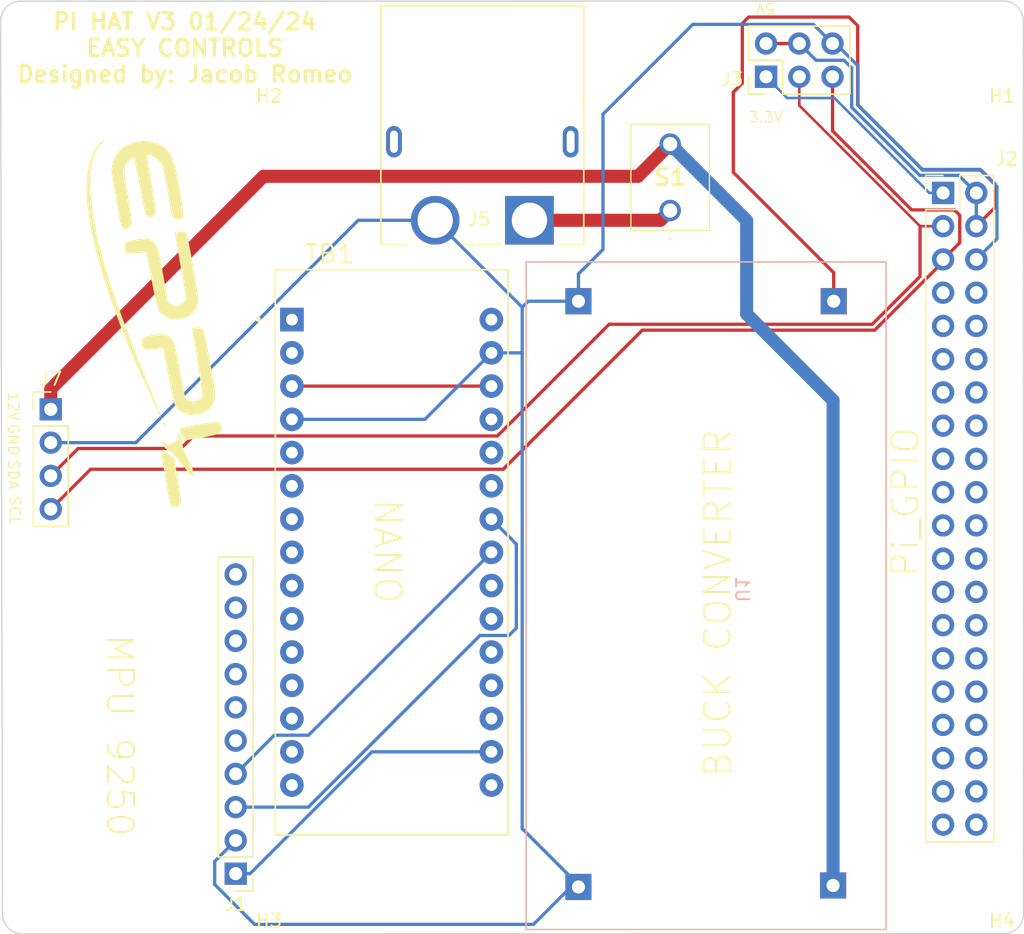
<source format=kicad_pcb>
(kicad_pcb (version 20221018) (generator pcbnew)
  (layers (0 "F.Cu" signal) (31 "B.Cu" signal) (34 "B.Paste" user) (35 "F.Paste" user) (36 "B.SilkS" user "B.Silkscreen") (37 "F.SilkS" user "F.Silkscreen") (38 "B.Mask" user) (39 "F.Mask" user) (44 "Edge.Cuts" user))
  (net 0 "")
  (net 1 "/12Vin")
  (net 10 "/3.3V")
  (net 33 "GND")
  (net 35 "/5V")
  (net 36 "/SCL")
  (net 37 "/SDA")
  (net 47 "/12Vout")
  (net 48 "/3.3VN")
  (net 49 "/SCLN")
  (net 50 "/SDAN")
  (net 53 "unconnected-(TB1-RESET-Pad28)")
  (footprint "Connector_PinHeader_2.54mm:PinHeader_2x03_P2.54mm_Vertical" (layer "F.Cu") (at 137.475 70.525 90)
    (fp_text reference "J3" (at -0.2 -2.6) (layer "F.SilkS"))
    (fp_text value "Display")
    (fp_line (start -1.33 -1.33) (end 0 -1.33) (stroke (width 0.12)) (layer "F.SilkS"))
    (fp_line (start -1.33 0) (end -1.33 -1.33) (stroke (width 0.12)) (layer "F.SilkS"))
    (fp_line (start -1.33 1.27) (end -1.33 6.41) (stroke (width 0.12)) (layer "F.SilkS"))
    (fp_line (start -1.33 1.27) (end 1.27 1.27) (stroke (width 0.12)) (layer "F.SilkS"))
    (fp_line (start -1.33 6.41) (end 3.87 6.41) (stroke (width 0.12)) (layer "F.SilkS"))
    (fp_line (start 1.27 -1.33) (end 3.87 -1.33) (stroke (width 0.12)) (layer "F.SilkS"))
    (fp_line (start 1.27 1.27) (end 1.27 -1.33) (stroke (width 0.12)) (layer "F.SilkS"))
    (fp_line (start 3.87 -1.33) (end 3.87 6.41) (stroke (width 0.12)) (layer "F.SilkS"))
    (pad "1" thru_hole rect (at 0 0 90) (size 1.7 1.7) (drill 1) (layers "*.Cu" "*.Mask") (net 10 "/3.3V"))
    (pad "2" thru_hole oval (at 2.54 0 90) (size 1.7 1.7) (drill 1) (layers "*.Cu" "*.Mask") (net 35 "/5V"))
    (pad "3" thru_hole oval (at 0 2.54 90) (size 1.7 1.7) (drill 1) (layers "*.Cu" "*.Mask") (net 37 "/SDA"))
    (pad "4" thru_hole oval (at 2.54 2.54 90) (size 1.7 1.7) (drill 1) (layers "*.Cu" "*.Mask") (net 35 "/5V"))
    (pad "5" thru_hole oval (at 0 5.08 90) (size 1.7 1.7) (drill 1) (layers "*.Cu" "*.Mask") (net 36 "/SCL"))
    (pad "6" thru_hole oval (at 2.54 5.08 90) (size 1.7 1.7) (drill 1) (layers "*.Cu" "*.Mask") (net 33 "GND"))
  )
  (footprint "MountingHole:MountingHole_2.5mm" (layer "F.Cu") (at 152.5 74.5)
    (fp_text reference "H1" (at 3 -2.5) (layer "F.SilkS"))
    (fp_text value "MountingHole" hide)
    (pad "" np_thru_hole circle (at 0 0) (size 2.5 2.5) (drill 2.5) (layers "*.Cu" "*.Mask"))
  )
  (footprint "MountingHole:MountingHole_2.5mm" (layer "F.Cu") (at 102.5 74.5)
    (fp_text reference "H2" (at -3 -2.5) (layer "F.SilkS"))
    (fp_text value "MountingHole" hide)
    (pad "" np_thru_hole circle (at 0 0) (size 2.5 2.5) (drill 2.5) (layers "*.Cu" "*.Mask"))
  )
  (footprint "MountingHole:MountingHole_2.5mm" (layer "F.Cu") (at 102.5 132.5)
    (fp_text reference "H3" (at -3 2.5) (layer "F.SilkS"))
    (fp_text value "MountingHole" hide)
    (pad "" np_thru_hole circle (at 0 0) (size 2.5 2.5) (drill 2.5) (layers "*.Cu" "*.Mask"))
  )
  (footprint "Connector_PinHeader_2.54mm:PinHeader_1x10_P2.54mm_Vertical" (layer "F.Cu") (at 96.9568 131.4038 180)
    (fp_text reference "J1" (at 0 -2.33) (layer "F.SilkS"))
    (fp_text value "MPU 9250")
    (fp_line (start -1.33 -1.33) (end 0 -1.33) (stroke (width 0.12)) (layer "F.SilkS"))
    (fp_line (start -1.33 0) (end -1.33 -1.33) (stroke (width 0.12)) (layer "F.SilkS"))
    (fp_line (start -1.33 1.27) (end -1.33 24.19) (stroke (width 0.12)) (layer "F.SilkS"))
    (fp_line (start -1.33 1.27) (end 1.33 1.27) (stroke (width 0.12)) (layer "F.SilkS"))
    (fp_line (start -1.33 24.19) (end 1.33 24.19) (stroke (width 0.12)) (layer "F.SilkS"))
    (fp_line (start 1.33 1.27) (end 1.33 24.19) (stroke (width 0.12)) (layer "F.SilkS"))
    (pad "1" thru_hole rect (at 0 0 180) (size 1.7 1.7) (drill 1) (layers "*.Cu" "*.Mask") (net 48 "/3.3VN"))
    (pad "2" thru_hole oval (at 0 2.54 180) (size 1.7 1.7) (drill 1) (layers "*.Cu" "*.Mask") (net 33 "GND"))
    (pad "3" thru_hole oval (at 0 5.08 180) (size 1.7 1.7) (drill 1) (layers "*.Cu" "*.Mask") (net 49 "/SCLN"))
    (pad "4" thru_hole oval (at 0 7.62 180) (size 1.7 1.7) (drill 1) (layers "*.Cu" "*.Mask") (net 50 "/SDAN"))
    (pad "5" thru_hole oval (at 0 10.16 180) (size 1.7 1.7) (drill 1) (layers "*.Cu" "*.Mask"))
    (pad "6" thru_hole oval (at 0 12.7 180) (size 1.7 1.7) (drill 1) (layers "*.Cu" "*.Mask"))
    (pad "7" thru_hole oval (at 0 15.24 180) (size 1.7 1.7) (drill 1) (layers "*.Cu" "*.Mask"))
    (pad "8" thru_hole oval (at 0 17.78 180) (size 1.7 1.7) (drill 1) (layers "*.Cu" "*.Mask"))
    (pad "9" thru_hole oval (at 0 20.32 180) (size 1.7 1.7) (drill 1) (layers "*.Cu" "*.Mask"))
    (pad "10" thru_hole oval (at 0 22.86 180) (size 1.7 1.7) (drill 1) (layers "*.Cu" "*.Mask"))
  )
  (footprint "MountingHole:MountingHole_2.5mm" (layer "F.Cu") (at 152.5 132.5)
    (fp_text reference "H4" (at 3 2.5) (layer "F.SilkS"))
    (fp_text value "MountingHole" hide)
    (pad "" np_thru_hole circle (at 0 0) (size 2.5 2.5) (drill 2.5) (layers "*.Cu" "*.Mask"))
  )
  (footprint "Connector_PinHeader_2.54mm:PinHeader_2x20_P2.54mm_Vertical" (layer "F.Cu") (at 151 79.4)
    (fp_text reference "J2" (at 4.85 -2.6) (layer "F.SilkS"))
    (fp_text value "Pi_GPIO" (at -2.8672 23.6224 90) (layer "F.SilkS") (effects (font (size 2 2))))
    (fp_line (start -1.33 -1.33) (end 0 -1.33) (stroke (width 0.12)) (layer "F.SilkS"))
    (fp_line (start -1.33 0) (end -1.33 -1.33) (stroke (width 0.12)) (layer "F.SilkS"))
    (fp_line (start -1.33 1.27) (end -1.33 49.59) (stroke (width 0.12)) (layer "F.SilkS"))
    (fp_line (start -1.33 1.27) (end 1.27 1.27) (stroke (width 0.12)) (layer "F.SilkS"))
    (fp_line (start -1.33 49.59) (end 3.87 49.59) (stroke (width 0.12)) (layer "F.SilkS"))
    (fp_line (start 1.27 -1.33) (end 3.87 -1.33) (stroke (width 0.12)) (layer "F.SilkS"))
    (fp_line (start 1.27 1.27) (end 1.27 -1.33) (stroke (width 0.12)) (layer "F.SilkS"))
    (fp_line (start 3.87 -1.33) (end 3.87 49.59) (stroke (width 0.12)) (layer "F.SilkS"))
    (pad "1" thru_hole rect (at 0 0) (size 1.7 1.7) (drill 1) (layers "*.Cu" "*.Mask") (net 10 "/3.3V"))
    (pad "2" thru_hole oval (at 2.54 0) (size 1.7 1.7) (drill 1) (layers "*.Cu" "*.Mask") (net 35 "/5V"))
    (pad "3" thru_hole oval (at 0 2.54) (size 1.7 1.7) (drill 1) (layers "*.Cu" "*.Mask") (net 37 "/SDA"))
    (pad "4" thru_hole oval (at 2.54 2.54) (size 1.7 1.7) (drill 1) (layers "*.Cu" "*.Mask") (net 35 "/5V"))
    (pad "5" thru_hole oval (at 0 5.08) (size 1.7 1.7) (drill 1) (layers "*.Cu" "*.Mask") (net 36 "/SCL"))
    (pad "6" thru_hole oval (at 2.54 5.08) (size 1.7 1.7) (drill 1) (layers "*.Cu" "*.Mask") (net 33 "GND"))
    (pad "7" thru_hole oval (at 0 7.62) (size 1.7 1.7) (drill 1) (layers "*.Cu" "*.Mask"))
    (pad "8" thru_hole oval (at 2.54 7.62) (size 1.7 1.7) (drill 1) (layers "*.Cu" "*.Mask"))
    (pad "9" thru_hole oval (at 0 10.16) (size 1.7 1.7) (drill 1) (layers "*.Cu" "*.Mask"))
    (pad "10" thru_hole oval (at 2.54 10.16) (size 1.7 1.7) (drill 1) (layers "*.Cu" "*.Mask"))
    (pad "11" thru_hole oval (at 0 12.7) (size 1.7 1.7) (drill 1) (layers "*.Cu" "*.Mask"))
    (pad "12" thru_hole oval (at 2.54 12.7) (size 1.7 1.7) (drill 1) (layers "*.Cu" "*.Mask"))
    (pad "13" thru_hole oval (at 0 15.24) (size 1.7 1.7) (drill 1) (layers "*.Cu" "*.Mask"))
    (pad "14" thru_hole oval (at 2.54 15.24) (size 1.7 1.7) (drill 1) (layers "*.Cu" "*.Mask"))
    (pad "15" thru_hole oval (at 0 17.78) (size 1.7 1.7) (drill 1) (layers "*.Cu" "*.Mask"))
    (pad "16" thru_hole oval (at 2.54 17.78) (size 1.7 1.7) (drill 1) (layers "*.Cu" "*.Mask"))
    (pad "17" thru_hole oval (at 0 20.32) (size 1.7 1.7) (drill 1) (layers "*.Cu" "*.Mask"))
    (pad "18" thru_hole oval (at 2.54 20.32) (size 1.7 1.7) (drill 1) (layers "*.Cu" "*.Mask"))
    (pad "19" thru_hole oval (at 0 22.86) (size 1.7 1.7) (drill 1) (layers "*.Cu" "*.Mask"))
    (pad "20" thru_hole oval (at 2.54 22.86) (size 1.7 1.7) (drill 1) (layers "*.Cu" "*.Mask"))
    (pad "21" thru_hole oval (at 0 25.4) (size 1.7 1.7) (drill 1) (layers "*.Cu" "*.Mask"))
    (pad "22" thru_hole oval (at 2.54 25.4) (size 1.7 1.7) (drill 1) (layers "*.Cu" "*.Mask"))
    (pad "23" thru_hole oval (at 0 27.94) (size 1.7 1.7) (drill 1) (layers "*.Cu" "*.Mask"))
    (pad "24" thru_hole oval (at 2.54 27.94) (size 1.7 1.7) (drill 1) (layers "*.Cu" "*.Mask"))
    (pad "25" thru_hole oval (at 0 30.48) (size 1.7 1.7) (drill 1) (layers "*.Cu" "*.Mask"))
    (pad "26" thru_hole oval (at 2.54 30.48) (size 1.7 1.7) (drill 1) (layers "*.Cu" "*.Mask"))
    (pad "27" thru_hole oval (at 0 33.02) (size 1.7 1.7) (drill 1) (layers "*.Cu" "*.Mask"))
    (pad "28" thru_hole oval (at 2.54 33.02) (size 1.7 1.7) (drill 1) (layers "*.Cu" "*.Mask"))
    (pad "29" thru_hole oval (at 0 35.56) (size 1.7 1.7) (drill 1) (layers "*.Cu" "*.Mask"))
    (pad "30" thru_hole oval (at 2.54 35.56) (size 1.7 1.7) (drill 1) (layers "*.Cu" "*.Mask"))
    (pad "31" thru_hole oval (at 0 38.1) (size 1.7 1.7) (drill 1) (layers "*.Cu" "*.Mask"))
    (pad "32" thru_hole oval (at 2.54 38.1) (size 1.7 1.7) (drill 1) (layers "*.Cu" "*.Mask"))
    (pad "33" thru_hole oval (at 0 40.64) (size 1.7 1.7) (drill 1) (layers "*.Cu" "*.Mask"))
    (pad "34" thru_hole oval (at 2.54 40.64) (size 1.7 1.7) (drill 1) (layers "*.Cu" "*.Mask"))
    (pad "35" thru_hole oval (at 0 43.18) (size 1.7 1.7) (drill 1) (layers "*.Cu" "*.Mask"))
    (pad "36" thru_hole oval (at 2.54 43.18) (size 1.7 1.7) (drill 1) (layers "*.Cu" "*.Mask"))
    (pad "37" thru_hole oval (at 0 45.72) (size 1.7 1.7) (drill 1) (layers "*.Cu" "*.Mask"))
    (pad "38" thru_hole oval (at 2.54 45.72) (size 1.7 1.7) (drill 1) (layers "*.Cu" "*.Mask"))
    (pad "39" thru_hole oval (at 0 48.26) (size 1.7 1.7) (drill 1) (layers "*.Cu" "*.Mask"))
    (pad "40" thru_hole oval (at 2.54 48.26) (size 1.7 1.7) (drill 1) (layers "*.Cu" "*.Mask"))
  )
  (footprint ".pretty:AMASS_XT60PW-M" (layer "F.Cu") (at 115.7986 75.4892)
    (fp_text reference "J5" (at -0.25 5.93425) (layer "F.SilkS") (effects (font (size 1.000441 1.000441))))
    (fp_text value "XT60PW-M")
    (fp_line (start -7.75 -10.35) (end -7.75 7.85) (stroke (width 0.127)) (layer "F.SilkS"))
    (fp_line (start -7.75 7.85) (end -5.778 7.85) (stroke (width 0.127)) (layer "F.SilkS"))
    (fp_line (start -1.422 7.85) (end 1.422 7.85) (stroke (width 0.127)) (layer "F.SilkS"))
    (fp_line (start 7.75 -10.35) (end -7.75 -10.35) (stroke (width 0.127)) (layer "F.SilkS"))
    (fp_line (start 7.75 7.85) (end 5.778 7.85) (stroke (width 0.127)) (layer "F.SilkS"))
    (fp_line (start 7.75 7.85) (end 7.75 -10.35) (stroke (width 0.127)) (layer "F.SilkS"))
    (pad "1" thru_hole rect (at 3.6 6) (size 3.716 3.716) (drill 2.7) (layers "*.Cu" "*.Mask") (net 1 "/12Vin"))
    (pad "2" thru_hole circle (at -3.6 6) (size 3.716 3.716) (drill 2.7) (layers "*.Cu" "*.Mask") (net 33 "GND"))
    (pad "S1" thru_hole oval (at 6.75 0) (size 1.2 2.4) (drill oval 0.6 1.7) (layers "*.Cu" "*.Mask"))
    (pad "S2" thru_hole oval (at -6.75 0) (size 1.2 2.4) (drill oval 0.6 1.7) (layers "*.Cu" "*.Mask"))
  )
  (footprint "Connector_PinHeader_2.54mm:PinHeader_1x04_P2.54mm_Vertical" (layer "F.Cu") (at 82.8294 95.9358)
    (fp_text reference "J7" (at 0 -2.33) (layer "F.SilkS"))
    (fp_text value "Conn_01x04")
    (fp_line (start -1.33 -1.33) (end 0 -1.33) (stroke (width 0.12)) (layer "F.SilkS"))
    (fp_line (start -1.33 0) (end -1.33 -1.33) (stroke (width 0.12)) (layer "F.SilkS"))
    (fp_line (start -1.33 1.27) (end -1.33 8.95) (stroke (width 0.12)) (layer "F.SilkS"))
    (fp_line (start -1.33 1.27) (end 1.33 1.27) (stroke (width 0.12)) (layer "F.SilkS"))
    (fp_line (start -1.33 8.95) (end 1.33 8.95) (stroke (width 0.12)) (layer "F.SilkS"))
    (fp_line (start 1.33 1.27) (end 1.33 8.95) (stroke (width 0.12)) (layer "F.SilkS"))
    (pad "1" thru_hole rect (at 0 0) (size 1.7 1.7) (drill 1) (layers "*.Cu" "*.Mask") (net 47 "/12Vout"))
    (pad "2" thru_hole oval (at 0 2.54) (size 1.7 1.7) (drill 1) (layers "*.Cu" "*.Mask") (net 33 "GND"))
    (pad "3" thru_hole oval (at 0 5.08) (size 1.7 1.7) (drill 1) (layers "*.Cu" "*.Mask") (net 37 "/SDA"))
    (pad "4" thru_hole oval (at 0 7.62) (size 1.7 1.7) (drill 1) (layers "*.Cu" "*.Mask") (net 36 "/SCL"))
  )
  (footprint "refV:2MS6T4B3M2CES" (layer "F.Cu") (at 130.1496 80.7466)
    (fp_text reference "S1" (at 0 -2.54) (layer "F.SilkS") (effects (font (size 1.27 1.27) (thickness 0.254))))
    (fp_text value "2MS6T4B3M2CES" hide)
    (fp_line (start -3 -6.605) (end 3 -6.605) (stroke (width 0.1)) (layer "F.SilkS"))
    (fp_line (start -3 1.525) (end -3 -6.605) (stroke (width 0.1)) (layer "F.SilkS"))
    (fp_line (start 0 2.1) (end 0 2.1) (stroke (width 0.1)) (layer "F.SilkS"))
    (fp_line (start 0 2.2) (end 0 2.2) (stroke (width 0.1)) (layer "F.SilkS"))
    (fp_line (start 3 -6.605) (end 3 1.525) (stroke (width 0.1)) (layer "F.SilkS"))
    (fp_line (start 3 1.525) (end -3 1.525) (stroke (width 0.1)) (layer "F.SilkS"))
    (fp_arc (start 0 2.1) (mid 0.05 2.15) (end 0 2.2) (stroke (width 0.1)) (layer "F.SilkS"))
    (fp_arc (start 0 2.2) (mid -0.05 2.15) (end 0 2.1) (stroke (width 0.1)) (layer "F.SilkS"))
    (pad "1" thru_hole circle (at 0 0) (size 1.635 1.635) (drill 1.09) (layers "*.Cu" "*.Mask") (net 1 "/12Vin"))
    (pad "3" thru_hole circle (at 0 -5.08) (size 1.635 1.635) (drill 1.09) (layers "*.Cu" "*.Mask") (net 47 "/12Vout"))
  )
  (footprint ".pretty:SHIELD_ARDUINO_NANO" (layer "F.Cu") (at 108.8723 106.8578)
    (fp_text reference "TB1" (at -4.755 -22.789) (layer "F.SilkS") (effects (font (size 1.4 1.4))))
    (fp_text value "ARDUINO_NANO")
    (fp_line (start -8.89 -21.59) (end 8.89 -21.59) (stroke (width 0.127)) (layer "F.SilkS"))
    (fp_line (start -8.89 21.59) (end -8.89 -21.59) (stroke (width 0.127)) (layer "F.SilkS"))
    (fp_line (start 8.89 -21.59) (end 8.89 21.59) (stroke (width 0.127)) (layer "F.SilkS"))
    (fp_line (start 8.89 21.59) (end -8.89 21.59) (stroke (width 0.127)) (layer "F.SilkS"))
    (fp_circle (center -10.2 -17.8) (end -10.1 -17.8) (stroke (width 0.2)) (fill none) (layer "F.SilkS"))
    (pad "1" thru_hole rect (at -7.62 -17.78) (size 1.8 1.8) (drill 0.9) (layers "*.Cu" "*.Mask"))
    (pad "2" thru_hole circle (at -7.62 -15.24) (size 1.8 1.8) (drill 0.9) (layers "*.Cu" "*.Mask"))
    (pad "3" thru_hole circle (at -7.62 -12.7) (size 1.8 1.8) (drill 0.9) (layers "*.Cu" "*.Mask") (net 53 "unconnected-(TB1-RESET-Pad28)"))
    (pad "4" thru_hole circle (at -7.62 -10.16) (size 1.8 1.8) (drill 0.9) (layers "*.Cu" "*.Mask") (net 33 "GND"))
    (pad "5" thru_hole circle (at -7.62 -7.62) (size 1.8 1.8) (drill 0.9) (layers "*.Cu" "*.Mask"))
    (pad "6" thru_hole circle (at -7.62 -5.08) (size 1.8 1.8) (drill 0.9) (layers "*.Cu" "*.Mask"))
    (pad "7" thru_hole circle (at -7.62 -2.54) (size 1.8 1.8) (drill 0.9) (layers "*.Cu" "*.Mask"))
    (pad "8" thru_hole circle (at -7.62 0) (size 1.8 1.8) (drill 0.9) (layers "*.Cu" "*.Mask"))
    (pad "9" thru_hole circle (at -7.62 2.54) (size 1.8 1.8) (drill 0.9) (layers "*.Cu" "*.Mask"))
    (pad "10" thru_hole circle (at -7.62 5.08) (size 1.8 1.8) (drill 0.9) (layers "*.Cu" "*.Mask"))
    (pad "11" thru_hole circle (at -7.62 7.62) (size 1.8 1.8) (drill 0.9) (layers "*.Cu" "*.Mask"))
    (pad "12" thru_hole circle (at -7.62 10.16) (size 1.8 1.8) (drill 0.9) (layers "*.Cu" "*.Mask"))
    (pad "13" thru_hole circle (at -7.62 12.7) (size 1.8 1.8) (drill 0.9) (layers "*.Cu" "*.Mask"))
    (pad "14" thru_hole circle (at -7.62 15.24) (size 1.8 1.8) (drill 0.9) (layers "*.Cu" "*.Mask"))
    (pad "15" thru_hole circle (at -7.62 17.78) (size 1.8 1.8) (drill 0.9) (layers "*.Cu" "*.Mask"))
    (pad "16" thru_hole circle (at 7.62 17.78) (size 1.8 1.8) (drill 0.9) (layers "*.Cu" "*.Mask"))
    (pad "17" thru_hole circle (at 7.62 15.24) (size 1.8 1.8) (drill 0.9) (layers "*.Cu" "*.Mask") (net 48 "/3.3VN"))
    (pad "18" thru_hole circle (at 7.62 12.7) (size 1.8 1.8) (drill 0.9) (layers "*.Cu" "*.Mask"))
    (pad "19" thru_hole circle (at 7.62 10.16) (size 1.8 1.8) (drill 0.9) (layers "*.Cu" "*.Mask"))
    (pad "20" thru_hole circle (at 7.62 7.62) (size 1.8 1.8) (drill 0.9) (layers "*.Cu" "*.Mask"))
    (pad "21" thru_hole circle (at 7.62 5.08) (size 1.8 1.8) (drill 0.9) (layers "*.Cu" "*.Mask"))
    (pad "22" thru_hole circle (at 7.62 2.54) (size 1.8 1.8) (drill 0.9) (layers "*.Cu" "*.Mask"))
    (pad "23" thru_hole circle (at 7.62 0) (size 1.8 1.8) (drill 0.9) (layers "*.Cu" "*.Mask") (net 50 "/SDAN"))
    (pad "24" thru_hole circle (at 7.62 -2.54) (size 1.8 1.8) (drill 0.9) (layers "*.Cu" "*.Mask") (net 49 "/SCLN"))
    (pad "25" thru_hole circle (at 7.62 -5.08) (size 1.8 1.8) (drill 0.9) (layers "*.Cu" "*.Mask"))
    (pad "26" thru_hole circle (at 7.62 -7.62) (size 1.8 1.8) (drill 0.9) (layers "*.Cu" "*.Mask"))
    (pad "27" thru_hole circle (at 7.62 -10.16) (size 1.8 1.8) (drill 0.9) (layers "*.Cu" "*.Mask"))
    (pad "28" thru_hole circle (at 7.62 -12.7) (size 1.8 1.8) (drill 0.9) (layers "*.Cu" "*.Mask") (net 53 "unconnected-(TB1-RESET-Pad28)"))
    (pad "29" thru_hole circle (at 7.62 -15.24) (size 1.8 1.8) (drill 0.9) (layers "*.Cu" "*.Mask") (net 33 "GND"))
    (pad "30" thru_hole circle (at 7.62 -17.78) (size 1.8 1.8) (drill 0.9) (layers "*.Cu" "*.Mask"))
  )
  (footprint ".pretty:eppl_logo" (layer "F.Cu") (at 90.869959 89.412544 -80)
    (fp_text reference "G***" hide)
    (fp_text value "LOGO" hide)
    (fp_poly (pts (xy 7.34307 0.795513) (xy 7.317819 0.833995) (xy 7.231945 0.839982) (xy 7.141602 0.819305) (xy 7.180792 0.788829) (xy 7.313116 0.778736) (xy 7.34307 0.795513)) (stroke (width 0.01)) (fill solid) (layer "F.SilkS"))
    (fp_poly (pts (xy 7.823579 0.653284) (xy 7.789334 0.677333) (xy 7.608592 0.747533) (xy 7.535334 0.754752) (xy 7.484703 0.730578) (xy 7.577667 0.677333) (xy 7.757171 0.613841) (xy 7.849787 0.605824) (xy 7.823579 0.653284)) (stroke (width 0.01)) (fill solid) (layer "F.SilkS"))
    (fp_poly (pts (xy 8.814921 -3.543634) (xy 8.946347 -3.49164) (xy 9.037504 -3.377676) (xy 9.095613 -3.179399) (xy 9.1279 -2.874466) (xy 9.141588 -2.440535) (xy 9.144 -1.984756) (xy 9.144 -0.679606) (xy 8.861459 -0.561553) (xy 8.547625 -0.436573) (xy 8.352989 -0.380045) (xy 8.243939 -0.387455) (xy 8.186866 -0.454287) (xy 8.18036 -0.470069) (xy 8.16241 -0.598556) (xy 8.147112 -0.863907) (xy 8.135617 -1.233658) (xy 8.129073 -1.675347) (xy 8.128 -1.948211) (xy 8.131745 -2.508655) (xy 8.14764 -2.921969) (xy 8.182675 -3.210278) (xy 8.243841 -3.395704) (xy 8.338129 -3.500374) (xy 8.472528 -3.546411) (xy 8.636 -3.556) (xy 8.814921 -3.543634)) (stroke (width 0.01)) (fill solid) (layer "F.SilkS"))
    (fp_poly (pts (xy 12.639017 0.426495) (xy 13.135306 0.439095) (xy 13.501171 0.465803) (xy 13.756031 0.511291) (xy 13.919307 0.580229) (xy 14.01042 0.677288) (xy 14.04879 0.807138) (xy 14.054667 0.9192) (xy 14.048947 1.053853) (xy 14.018757 1.157373) (xy 13.944551 1.233671) (xy 13.806784 1.286659) (xy 13.585908 1.32025) (xy 13.26238 1.338355) (xy 12.816652 1.344886) (xy 12.22918 1.343754) (xy 11.942234 1.34198) (xy 11.376758 1.336759) (xy 10.856643 1.329204) (xy 10.409796 1.319941) (xy 10.064124 1.309593) (xy 9.847537 1.298786) (xy 9.800167 1.294023) (xy 9.631539 1.26213) (xy 9.567334 1.238418) (xy 9.620256 1.171142) (xy 9.7585 1.015353) (xy 9.937387 0.820708) (xy 10.30744 0.423333) (xy 11.992881 0.423333) (xy 12.639017 0.426495)) (stroke (width 0.01)) (fill solid) (layer "F.SilkS"))
    (fp_poly (pts (xy 11.950404 -0.80449) (xy 11.933521 -0.714279) (xy 11.932519 -0.713062) (xy 11.79682 -0.601455) (xy 11.567241 -0.458124) (xy 11.392985 -0.364744) (xy 11.131334 -0.226219) (xy 10.919589 -0.100994) (xy 10.837334 -0.043094) (xy 10.675536 0.054809) (xy 10.440104 0.1586) (xy 10.393541 0.175673) (xy 10.136754 0.317523) (xy 9.881995 0.537028) (xy 9.813871 0.614621) (xy 9.624902 0.826748) (xy 9.435563 0.967014) (xy 9.181909 1.075558) (xy 8.974667 1.141432) (xy 8.859913 1.169122) (xy 8.842587 1.140141) (xy 8.93072 1.030843) (xy 9.058355 0.895045) (xy 9.229487 0.697178) (xy 9.282023 0.577732) (xy 9.240587 0.515367) (xy 9.154051 0.386207) (xy 9.115618 0.201559) (xy 9.071715 -0.021621) (xy 8.942228 -0.135887) (xy 8.688415 -0.174597) (xy 8.678334 -0.174944) (xy 8.424334 -0.183147) (xy 8.720167 -0.311916) (xy 9.134925 -0.403383) (xy 9.376345 -0.391294) (xy 9.624699 -0.38249) (xy 9.919236 -0.427315) (xy 10.304514 -0.53389) (xy 10.490001 -0.594285) (xy 10.903989 -0.717572) (xy 11.282244 -0.802313) (xy 11.599545 -0.846431) (xy 11.830672 -0.847849) (xy 11.950404 -0.80449)) (stroke (width 0.01)) (fill solid) (layer "F.SilkS"))
    (fp_poly (pts (xy 7.00688 0.882657) (xy 7.024561 0.931472) (xy 7.020278 0.931998) (xy 6.9173 0.952959) (xy 6.67967 1.009907) (xy 6.336407 1.095407) (xy 5.916529 1.202023) (xy 5.449057 1.322321) (xy 4.96301 1.448866) (xy 4.487406 1.574223) (xy 4.051265 1.690958) (xy 3.937 1.721949) (xy 2.632226 2.055579) (xy 1.233126 2.374327) (xy -0.221333 2.671288) (xy -1.692184 2.939561) (xy -3.140461 3.172241) (xy -4.527196 3.362426) (xy -5.813423 3.503212) (xy -6.392333 3.551861) (xy -7.542986 3.612444) (xy -8.670677 3.624158) (xy -9.721699 3.587137) (xy -10.287 3.542202) (xy -11.147396 3.419029) (xy -11.963341 3.229516) (xy -12.706036 2.98364) (xy -13.346678 2.691377) (xy -13.856467 2.362702) (xy -13.971217 2.266065) (xy -14.131378 2.09484) (xy -14.297104 1.87696) (xy -14.439551 1.656866) (xy -14.529876 1.479001) (xy -14.540487 1.388931) (xy -14.476836 1.427398) (xy -14.367408 1.573681) (xy -14.324696 1.642845) (xy -14.149157 1.871383) (xy -13.90445 2.111449) (xy -13.785034 2.207346) (xy -13.290755 2.522161) (xy -12.737537 2.775028) (xy -12.104169 2.971203) (xy -11.369434 3.11594) (xy -10.51212 3.214495) (xy -9.511013 3.272123) (xy -9.482666 3.27313) (xy -8.614175 3.289184) (xy -7.717132 3.276085) (xy -6.779562 3.232123) (xy -5.789488 3.155588) (xy -4.734937 3.044771) (xy -3.603932 2.897962) (xy -2.384498 2.71345) (xy -1.06466 2.489528) (xy 0.367557 2.224483) (xy 1.92413 1.916608) (xy 3.617034 1.564191) (xy 5.458243 1.165525) (xy 5.786269 1.093159) (xy 6.209602 1.003508) (xy 6.571926 0.934286) (xy 6.842307 0.890829) (xy 6.989816 0.87847) (xy 7.00688 0.882657)) (stroke (width 0.01)) (fill solid) (layer "F.SilkS"))
    (fp_poly (pts (xy -3.43942 -3.555109) (xy -2.858108 -3.550614) (xy -2.317315 -3.541829) (xy -1.843268 -3.528731) (xy -1.462193 -3.511296) (xy -1.200314 -3.489502) (xy -1.106481 -3.473001) (xy -0.778815 -3.312441) (xy -0.464314 -3.047574) (xy -0.228987 -2.734974) (xy -0.215423 -2.709334) (xy -0.081547 -2.308792) (xy -0.043418 -1.86076) (xy -0.096638 -1.419642) (xy -0.236811 -1.039843) (xy -0.364928 -0.85959) (xy -0.518213 -0.697086) (xy -0.654618 -0.569199) (xy -0.796283 -0.471363) (xy -0.965352 -0.399013) (xy -1.183965 -0.347583) (xy -1.474265 -0.312508) (xy -1.858393 -0.289223) (xy -2.358492 -0.273162) (xy -2.996702 -0.25976) (xy -3.302 -0.254) (xy -5.545666 -0.211667) (xy -5.588 0.490145) (xy -5.622362 0.883944) (xy -5.679781 1.137645) (xy -5.777454 1.280381) (xy -5.932576 1.341286) (xy -6.096 1.350795) (xy -6.324047 1.315331) (xy -6.455833 1.263218) (xy -6.526456 1.196942) (xy -6.570872 1.075316) (xy -6.59467 0.864585) (xy -6.603443 0.530994) (xy -6.604 0.368696) (xy -6.598614 -0.028993) (xy -6.577508 -0.300944) (xy -6.533261 -0.490552) (xy -6.458452 -0.641208) (xy -6.42208 -0.69501) (xy -6.310223 -0.837188) (xy -6.186598 -0.949018) (xy -6.030422 -1.034108) (xy -5.820913 -1.096065) (xy -5.537286 -1.138496) (xy -5.15876 -1.16501) (xy -4.664551 -1.179212) (xy -4.033877 -1.184711) (xy -3.597204 -1.185334) (xy -1.516303 -1.185334) (xy -1.308485 -1.393152) (xy -1.134914 -1.667802) (xy -1.100666 -1.905001) (xy -1.169759 -2.228021) (xy -1.308485 -2.416849) (xy -1.516303 -2.624667) (xy -6.604 -2.624667) (xy -6.604 -3.002688) (xy -6.582569 -3.269728) (xy -6.506905 -3.42007) (xy -6.440233 -3.468355) (xy -6.309592 -3.493254) (xy -6.035893 -3.514023) (xy -5.645362 -3.530639) (xy -5.164224 -3.543078) (xy -4.618703 -3.551318) (xy -4.035027 -3.555336) (xy -3.43942 -3.555109)) (stroke (width 0.01)) (fill solid) (layer "F.SilkS"))
    (fp_poly (pts (xy 4.341266 -3.555302) (xy 4.914344 -3.552367) (xy 5.360348 -3.545941) (xy 5.700406 -3.534765) (xy 5.955648 -3.517585) (xy 6.147202 -3.493142) (xy 6.296196 -3.460182) (xy 6.423759 -3.417446) (xy 6.503638 -3.384502) (xy 6.887783 -3.152647) (xy 7.149571 -2.832037) (xy 7.301767 -2.402019) (xy 7.350569 -2.014536) (xy 7.325106 -1.446259) (xy 7.17313 -0.989706) (xy 6.893883 -0.643199) (xy 6.658577 -0.484002) (xy 6.542425 -0.426613) (xy 6.41923 -0.381568) (xy 6.266549 -0.346846) (xy 6.061935 -0.320423) (xy 5.782946 -0.300278) (xy 5.407136 -0.284387) (xy 4.912061 -0.270728) (xy 4.275278 -0.257279) (xy 4.106334 -0.254) (xy 1.905 -0.211667) (xy 1.87974 0.421189) (xy 1.840568 0.850387) (xy 1.755785 1.134766) (xy 1.613592 1.29543) (xy 1.402184 1.353483) (xy 1.357727 1.354666) (xy 1.119599 1.309044) (xy 0.968682 1.23433) (xy 0.888779 1.153746) (xy 0.839491 1.029827) (xy 0.813839 0.825072) (xy 0.804841 0.501976) (xy 0.804334 0.351446) (xy 0.810735 -0.037867) (xy 0.835116 -0.302497) (xy 0.88524 -0.486785) (xy 0.968871 -0.635073) (xy 0.979685 -0.650051) (xy 1.102883 -0.805403) (xy 1.232257 -0.927477) (xy 1.389052 -1.02026) (xy 1.59451 -1.087739) (xy 1.869874 -1.1339) (xy 2.236386 -1.16273) (xy 2.715289 -1.178216) (xy 3.327827 -1.184345) (xy 3.831167 -1.185202) (xy 4.482924 -1.185952) (xy 4.986604 -1.189158) (xy 5.363461 -1.196391) (xy 5.634747 -1.209222) (xy 5.821717 -1.229224) (xy 5.945624 -1.257968) (xy 6.027722 -1.297025) (xy 6.089264 -1.347967) (xy 6.093847 -1.352514) (xy 6.24327 -1.561504) (xy 6.315104 -1.735157) (xy 6.318644 -1.9698) (xy 6.249671 -2.235777) (xy 6.133675 -2.453409) (xy 6.063809 -2.52065) (xy 5.958259 -2.537383) (xy 5.704926 -2.555171) (xy 5.32535 -2.573178) (xy 4.841069 -2.590566) (xy 4.273623 -2.6065) (xy 3.644553 -2.620141) (xy 3.386667 -2.624667) (xy 0.804334 -2.667) (xy 0.815308 -2.99935) (xy 0.823077 -3.151071) (xy 0.846722 -3.272366) (xy 0.903396 -3.366642) (xy 1.010255 -3.437302) (xy 1.184453 -3.487752) (xy 1.443144 -3.521395) (xy 1.803482 -3.541637) (xy 2.282622 -3.551882) (xy 2.897718 -3.555535) (xy 3.619987 -3.556) (xy 4.341266 -3.555302)) (stroke (width 0.01)) (fill solid) (layer "F.SilkS"))
    (fp_poly (pts (xy -9.203977 -3.566669) (xy -8.69612 -3.551667) (xy -8.260449 -3.527073) (xy -7.924614 -3.492809) (xy -7.716266 -3.448797) (xy -7.668381 -3.422953) (xy -7.54706 -3.200637) (xy -7.585021 -2.958073) (xy -7.704666 -2.794) (xy -7.767737 -2.739855) (xy -7.84929 -2.698644) (xy -7.971432 -2.668612) (xy -8.156272 -2.648002) (xy -8.425914 -2.63506) (xy -8.802467 -2.628029) (xy -9.308036 -2.625154) (xy -9.836935 -2.624667) (xy -10.472584 -2.623575) (xy -10.963133 -2.619115) (xy -11.332809 -2.609514) (xy -11.605836 -2.592999) (xy -11.806441 -2.567794) (xy -11.95885 -2.532127) (xy -12.087289 -2.484223) (xy -12.149682 -2.455326) (xy -12.356861 -2.316198) (xy -12.557638 -2.11952) (xy -12.721642 -1.90553) (xy -12.818501 -1.714467) (xy -12.817842 -1.586567) (xy -12.81128 -1.578836) (xy -12.715158 -1.564122) (xy -12.472617 -1.5509) (xy -12.106569 -1.539725) (xy -11.639924 -1.531149) (xy -11.095594 -1.525727) (xy -10.543822 -1.524) (xy -9.841705 -1.523119) (xy -9.290658 -1.518361) (xy -8.872418 -1.506556) (xy -8.568724 -1.484536) (xy -8.361314 -1.44913) (xy -8.231925 -1.397168) (xy -8.162296 -1.32548) (xy -8.134164 -1.230897) (xy -8.129268 -1.110248) (xy -8.129296 -1.1049) (xy -8.13212 -0.969685) (xy -8.150909 -0.863197) (xy -8.203861 -0.781762) (xy -8.30917 -0.721705) (xy -8.485032 -0.679352) (xy -8.749642 -0.651028) (xy -9.121197 -0.633058) (xy -9.617891 -0.621768) (xy -10.25792 -0.613483) (xy -10.58015 -0.609947) (xy -11.182891 -0.601186) (xy -11.726203 -0.589137) (xy -12.188288 -0.574619) (xy -12.547346 -0.558454) (xy -12.781579 -0.541462) (xy -12.869187 -0.524463) (xy -12.869333 -0.523767) (xy -12.825596 -0.421894) (xy -12.715738 -0.238652) (xy -12.662837 -0.158755) (xy -12.537436 0.012264) (xy -12.4065 0.146161) (xy -12.248393 0.24745) (xy -12.041478 0.320644) (xy -11.76412 0.370254) (xy -11.394684 0.400794) (xy -10.911533 0.416776) (xy -10.293031 0.422714) (xy -9.872038 0.423333) (xy -9.237455 0.424077) (xy -8.750324 0.42745) (xy -8.388765 0.435161) (xy -8.130899 0.448919) (xy -7.954845 0.470434) (xy -7.838725 0.501415) (xy -7.760659 0.543571) (xy -7.704666 0.592666) (xy -7.555707 0.818426) (xy -7.566014 1.061636) (xy -7.622979 1.190899) (xy -7.657514 1.240798) (xy -7.714459 1.279268) (xy -7.813848 1.307681) (xy -7.975716 1.327408) (xy -8.220097 1.339822) (xy -8.567026 1.346294) (xy -9.036537 1.348198) (xy -9.648664 1.346904) (xy -9.887812 1.346) (xy -10.492076 1.341274) (xy -11.052026 1.332518) (xy -11.541698 1.320484) (xy -11.935128 1.305926) (xy -12.206352 1.289595) (xy -12.319 1.275497) (xy -12.826503 1.069119) (xy -13.273587 0.72796) (xy -13.626802 0.284414) (xy -13.844907 -0.202169) (xy -13.962355 -0.838329) (xy -13.944246 -1.459177) (xy -13.801198 -2.040172) (xy -13.543827 -2.556774) (xy -13.182747 -2.984442) (xy -12.728574 -3.298637) (xy -12.457444 -3.409573) (xy -12.218528 -3.459557) (xy -11.858238 -3.50049) (xy -11.404225 -3.532293) (xy -10.884142 -3.554889) (xy -10.325638 -3.568202) (xy -9.756366 -3.572155) (xy -9.203977 -3.566669)) (stroke (width 0.01)) (fill solid) (layer "F.SilkS"))
  )
  (footprint "refV:LM2596S_mod" (layer "B.Cu") (at 145.6436 123.6726 90)
    (fp_text reference "U1" (at 14 -10 270 unlocked) (layer "B.SilkS") (effects (justify mirror)))
    (fp_text value "LM2596S")
    (fp_rect (start -12 1) (end 39 -26.5) (stroke (width 0.12)) (fill none) (layer "B.SilkS"))
    (pad "1" thru_hole rect (at -8.636 -3.048 90) (size 2 2) (drill 1) (layers "*.Cu" "*.Mask") (net 47 "/12Vout"))
    (pad "2" thru_hole rect (at -8.75 -22.5 90) (size 2 2) (drill 1) (layers "*.Cu" "*.Mask") (net 33 "GND"))
    (pad "3" thru_hole rect (at 36 -3 90) (size 2 2) (drill 1) (layers "*.Cu" "*.Mask") (net 35 "/5V"))
    (pad "4" thru_hole rect (at 36 -22.5 90) (size 2 2) (drill 1) (layers "*.Cu" "*.Mask") (net 33 "GND"))
  )
  (gr_line (start 80.511863 64.751127) (end 155.627388 64.7375) (stroke (width 0.1)) (layer "Edge.Cuts"))
  (gr_arc (start 79.00053 66.2625) (mid 79.443187 65.193812) (end 80.511863 64.751127) (stroke (width 0.1)) (layer "Edge.Cuts"))
  (gr_line (start 79.13987 134.5) (end 79.00053 66.2625) (stroke (width 0.1)) (layer "Edge.Cuts"))
  (gr_arc (start 157.141728 134.48934) (mid 156.702376 135.549988) (end 155.641728 135.98934) (stroke (width 0.1)) (layer "Edge.Cuts"))
  (gr_line (start 157.127388 66.2375) (end 157.141728 134.48934) (stroke (width 0.1)) (layer "Edge.Cuts"))
  (gr_arc (start 80.63987 136) (mid 79.57921 135.56066) (end 79.13987 134.5) (stroke (width 0.1)) (layer "Edge.Cuts"))
  (gr_arc (start 155.627388 64.7375) (mid 156.688048 65.17684) (end 157.127388 66.2375) (stroke (width 0.1)) (layer "Edge.Cuts"))
  (gr_line (start 155.641728 135.98934) (end 80.63987 136) (stroke (width 0.1)) (layer "Edge.Cuts"))
  (gr_text "MPU 9250" (at 88.1068 120.8374 -90) (layer "F.SilkS") (effects (font (size 2 2))))
  (gr_text "3.3V" (at 137.4648 73.6092) (layer "F.SilkS") (effects (font (size 0.8 0.8) (thickness 0.1))))
  (gr_text "5V" (at 137.414 65.3034 180) (layer "F.SilkS") (effects (font (size 0.8 0.8) (thickness 0.1))))
  (gr_text "GND" (at 79.9862 98.2472 270) (layer "F.SilkS") (effects (font (size 0.8 0.8) (thickness 0.1))))
  (gr_text "12V" (at 79.9862 95.7072 270) (layer "F.SilkS") (effects (font (size 0.8 0.8) (thickness 0.1))))
  (gr_text "SDA" (at 79.9862 100.9142 270) (layer "F.SilkS") (effects (font (size 0.8 0.8) (thickness 0.1))))
  (gr_text "BUCK CONVERTER" (at 133.7818 110.744 90) (layer "F.SilkS") (effects (font (size 2 2))))
  (gr_text "SCL" (at 80.0862 103.6574 270) (layer "F.SilkS") (effects (font (size 0.8 0.8) (thickness 0.1))))
  (gr_text "NANO" (at 108.5596 106.7816 270) (layer "F.SilkS") (effects (font (size 2 2))))
  (gr_text "PI HAT V3 01/24/24\nEASY CONTROLS\nDesigned by: Jacob Romeo" (at 93.0656 68.326) (layer "F.SilkS") (effects (font (size 1.25 1.25) (thickness 0.25))))
  (segment (start 129.407 81.4892) (end 130.1496 80.7466) (width 1) (layer "F.Cu") (net 1))
  (segment (start 119.3986 81.4892) (end 129.407 81.4892) (width 1) (layer "F.Cu") (net 1))
  (segment (start 142.702022 72.15) (end 149.952022 79.4) (width 0.2) (layer "B.Cu") (net 10))
  (segment (start 139.1 72.15) (end 142.702022 72.15) (width 0.2) (layer "B.Cu") (net 10))
  (segment (start 137.475 70.525) (end 139.1 72.15) (width 0.2) (layer "B.Cu") (net 10))
  (segment (start 149.952022 79.4) (end 151 79.4) (width 0.2) (layer "B.Cu") (net 10))
  (segment (start 95.3516 132.2324) (end 98.3996 135.2804) (width 0.25) (layer "B.Cu") (net 33))
  (segment (start 111.4123 96.6978) (end 116.4923 91.6178) (width 0.25) (layer "B.Cu") (net 33))
  (segment (start 95.3516 130.469) (end 95.3516 132.2324) (width 0.25) (layer "B.Cu") (net 33))
  (segment (start 98.3996 135.2804) (end 119.7102 135.2804) (width 0.25) (layer "B.Cu") (net 33))
  (segment (start 96.9568 128.8638) (end 95.3516 130.469) (width 0.25) (layer "B.Cu") (net 33))
  (segment (start 101.2523 96.6978) (end 111.4123 96.6978) (width 0.25) (layer "B.Cu") (net 33))
  (segment (start 82.8294 98.4758) (end 89.3318 98.4758) (width 0.25) (layer "B.Cu") (net 33))
  (segment (start 149.393658 77.6042) (end 153.8042 77.6042) (width 0.25) (layer "B.Cu") (net 33))
  (segment (start 123.1436 85.5936) (end 125.0188 83.7184) (width 0.25) (layer "B.Cu") (net 33))
  (segment (start 125.0188 73.3806) (end 131.8768 66.5226) (width 0.25) (layer "B.Cu") (net 33))
  (segment (start 123.1436 87.6726) (end 119.3112 87.6726) (width 0.25) (layer "B.Cu") (net 33))
  (segment (start 118.7704 91.6178) (end 118.8466 91.694) (width 0.25) (layer "B.Cu") (net 33))
  (segment (start 122.568 132.4226) (end 123.1436 132.4226) (width 0.25) (layer "B.Cu") (net 33))
  (segment (start 144.505129 72.715671) (end 149.393658 77.6042) (width 0.25) (layer "B.Cu") (net 33))
  (segment (start 106.3184 81.4892) (end 112.1986 81.4892) (width 0.25) (layer "B.Cu") (net 33))
  (segment (start 142.789396 67.985) (end 144.505129 69.700733) (width 0.25) (layer "B.Cu") (net 33))
  (segment (start 155.1178 82.9022) (end 153.54 84.48) (width 0.25) (layer "B.Cu") (net 33))
  (segment (start 142.555 67.985) (end 142.789396 67.985) (width 0.25) (layer "B.Cu") (net 33))
  (segment (start 119.7102 135.2804) (end 122.568 132.4226) (width 0.25) (layer "B.Cu") (net 33))
  (segment (start 89.3318 98.4758) (end 106.3184 81.4892) (width 0.25) (layer "B.Cu") (net 33))
  (segment (start 123.1436 87.6726) (end 123.1436 85.5936) (width 0.25) (layer "B.Cu") (net 33))
  (segment (start 123.1436 132.2622) (end 123.1436 132.4226) (width 0.25) (layer "B.Cu") (net 33))
  (segment (start 125.0188 83.7184) (end 125.0188 73.3806) (width 0.25) (layer "B.Cu") (net 33))
  (segment (start 144.505129 69.700733) (end 144.505129 72.715671) (width 0.25) (layer "B.Cu") (net 33))
  (segment (start 118.8466 88.1372) (end 118.8466 91.694) (width 0.25) (layer "B.Cu") (net 33))
  (segment (start 116.4923 91.6178) (end 118.7704 91.6178) (width 0.25) (layer "B.Cu") (net 33))
  (segment (start 153.8042 77.6042) (end 155.1178 78.9178) (width 0.25) (layer "B.Cu") (net 33))
  (segment (start 155.1178 78.9178) (end 155.1178 82.9022) (width 0.25) (layer "B.Cu") (net 33))
  (segment (start 118.8466 127.9652) (end 123.1436 132.2622) (width 0.25) (layer "B.Cu") (net 33))
  (segment (start 118.8466 91.694) (end 118.8466 127.9652) (width 0.25) (layer "B.Cu") (net 33))
  (segment (start 131.8768 66.5226) (end 141.0926 66.5226) (width 0.25) (layer "B.Cu") (net 33))
  (segment (start 112.1986 81.4892) (end 118.8466 88.1372) (width 0.25) (layer "B.Cu") (net 33))
  (segment (start 141.0926 66.5226) (end 142.555 67.985) (width 0.25) (layer "B.Cu") (net 33))
  (segment (start 119.3112 87.6726) (end 118.8466 88.1372) (width 0.25) (layer "B.Cu") (net 33))
  (segment (start 153.54 81.94) (end 154.9654 80.5146) (width 0.25) (layer "F.Cu") (net 35))
  (segment (start 154.9654 78.7146) (end 153.8986 77.6478) (width 0.25) (layer "F.Cu") (net 35))
  (segment (start 144.4752 72.6694) (end 144.4752 66.6242) (width 0.25) (layer "F.Cu") (net 35))
  (segment (start 134.9756 71.7042) (end 134.9756 77.8256) (width 0.25) (layer "F.Cu") (net 35))
  (segment (start 134.9756 77.8256) (end 142.6436 85.4936) (width 0.25) (layer "F.Cu") (net 35))
  (segment (start 137.475 67.985) (end 140.015 67.985) (width 0.25) (layer "F.Cu") (net 35))
  (segment (start 153.8986 77.6478) (end 149.4536 77.6478) (width 0.25) (layer "F.Cu") (net 35))
  (segment (start 135.6614 71.0184) (end 134.9756 71.7042) (width 0.25) (layer "F.Cu") (net 35))
  (segment (start 149.4536 77.6478) (end 144.4752 72.6694) (width 0.25) (layer "F.Cu") (net 35))
  (segment (start 136.144 65.9638) (end 135.6614 66.4464) (width 0.25) (layer "F.Cu") (net 35))
  (segment (start 135.6614 66.4464) (end 135.6614 71.0184) (width 0.25) (layer "F.Cu") (net 35))
  (segment (start 143.8148 65.9638) (end 136.144 65.9638) (width 0.25) (layer "F.Cu") (net 35))
  (segment (start 144.4752 66.6242) (end 143.8148 65.9638) (width 0.25) (layer "F.Cu") (net 35))
  (segment (start 142.6436 85.4936) (end 142.6436 87.6726) (width 0.25) (layer "F.Cu") (net 35))
  (segment (start 154.9654 80.5146) (end 154.9654 78.7146) (width 0.25) (layer "F.Cu") (net 35))
  (segment (start 144.018 72.864938) (end 144.018 69.85) (width 0.25) (layer "B.Cu") (net 35))
  (segment (start 141.2958 69.2658) (end 140.015 67.985) (width 0.25) (layer "B.Cu") (net 35))
  (segment (start 152.1942 78.0542) (end 149.207262 78.0542) (width 0.25) (layer "B.Cu") (net 35))
  (segment (start 143.4338 69.2658) (end 141.2958 69.2658) (width 0.25) (layer "B.Cu") (net 35))
  (segment (start 153.54 81.94) (end 153.54 79.4) (width 0.25) (layer "B.Cu") (net 35))
  (segment (start 144.018 69.85) (end 143.4338 69.2658) (width 0.25) (layer "B.Cu") (net 35))
  (segment (start 149.207262 78.0542) (end 144.018 72.864938) (width 0.25) (layer "B.Cu") (net 35))
  (segment (start 153.54 79.4) (end 152.1942 78.0542) (width 0.25) (layer "B.Cu") (net 35))
  (segment (start 128.0232 89.8834) (end 145.779196 89.8834) (width 0.25) (layer "F.Cu") (net 36))
  (segment (start 152.273 83.207) (end 152.273 81.1022) (width 0.25) (layer "F.Cu") (net 36))
  (segment (start 151 84.48) (end 152.273 83.207) (width 0.25) (layer "F.Cu") (net 36))
  (segment (start 152.273 81.1022) (end 151.8666 80.6958) (width 0.25) (layer "F.Cu") (net 36))
  (segment (start 117.3988 100.5078) (end 128.0232 89.8834) (width 0.25) (layer "F.Cu") (net 36))
  (segment (start 151.8666 80.6958) (end 148.59684 80.6958) (width 0.25) (layer "F.Cu") (net 36))
  (segment (start 151 84.662596) (end 151 84.48) (width 0.25) (layer "F.Cu") (net 36))
  (segment (start 145.779196 89.8834) (end 151 84.662596) (width 0.25) (layer "F.Cu") (net 36))
  (segment (start 82.8294 103.5558) (end 85.8774 100.5078) (width 0.25) (layer "F.Cu") (net 36))
  (segment (start 142.555 74.65396) (end 142.555 70.525) (width 0.25) (layer "F.Cu") (net 36))
  (segment (start 148.59684 80.6958) (end 142.555 74.65396) (width 0.25) (layer "F.Cu") (net 36))
  (segment (start 85.8774 100.5078) (end 117.3988 100.5078) (width 0.25) (layer "F.Cu") (net 36))
  (segment (start 140.015 70.525) (end 140.015 72.715) (width 0.2) (layer "F.Cu") (net 37))
  (segment (start 125.489112 89.4334) (end 145.5928 89.4334) (width 0.25) (layer "F.Cu") (net 37))
  (segment (start 92.768 98.9258) (end 93.726 97.9678) (width 0.25) (layer "F.Cu") (net 37))
  (segment (start 84.9194 98.9258) (end 92.768 98.9258) (width 0.25) (layer "F.Cu") (net 37))
  (segment (start 93.726 97.9678) (end 116.954712 97.9678) (width 0.25) (layer "F.Cu") (net 37))
  (segment (start 82.8294 101.0158) (end 84.9194 98.9258) (width 0.25) (layer "F.Cu") (net 37))
  (segment (start 145.5928 89.4334) (end 149.24 85.7862) (width 0.25) (layer "F.Cu") (net 37))
  (segment (start 149.24 85.7862) (end 149.24 81.94) (width 0.25) (layer "F.Cu") (net 37))
  (segment (start 140.015 72.715) (end 149.24 81.94) (width 0.2) (layer "F.Cu") (net 37))
  (segment (start 149.24 81.94) (end 151 81.94) (width 0.2) (layer "F.Cu") (net 37))
  (segment (start 116.954712 97.9678) (end 125.489112 89.4334) (width 0.25) (layer "F.Cu") (net 37))
  (segment (start 127.6858 78.1304) (end 99.0854 78.1304) (width 1) (layer "F.Cu") (net 47))
  (segment (start 130.1496 75.6666) (end 127.6858 78.1304) (width 1) (layer "F.Cu") (net 47))
  (segment (start 99.0854 78.1304) (end 82.8294 94.3864) (width 1) (layer "F.Cu") (net 47))
  (segment (start 82.8294 94.3864) (end 82.8294 95.9358) (width 1) (layer "F.Cu") (net 47))
  (segment (start 142.5956 95.25) (end 135.9916 88.646) (width 1) (layer "B.Cu") (net 47))
  (segment (start 135.9916 88.646) (end 135.9916 81.5086) (width 1) (layer "B.Cu") (net 47))
  (segment (start 142.5956 132.3086) (end 142.5956 95.25) (width 1) (layer "B.Cu") (net 47))
  (segment (start 135.9916 81.5086) (end 130.1496 75.6666) (width 1) (layer "B.Cu") (net 47))
  (segment (start 98.0598 131.4038) (end 107.3658 122.0978) (width 0.25) (layer "B.Cu") (net 48))
  (segment (start 107.3658 122.0978) (end 116.4923 122.0978) (width 0.25) (layer "B.Cu") (net 48))
  (segment (start 96.9568 131.4038) (end 98.0598 131.4038) (width 0.25) (layer "B.Cu") (net 48))
  (segment (start 118.3966 106.2221) (end 116.4923 104.3178) (width 0.25) (layer "B.Cu") (net 49))
  (segment (start 96.9568 126.3238) (end 102.503404 126.3238) (width 0.25) (layer "B.Cu") (net 49))
  (segment (start 102.503404 126.3238) (end 115.619404 113.2078) (width 0.25) (layer "B.Cu") (net 49))
  (segment (start 117.8306 113.2078) (end 118.3966 112.6418) (width 0.25) (layer "B.Cu") (net 49))
  (segment (start 118.3966 112.6418) (end 118.3966 106.2221) (width 0.25) (layer "B.Cu") (net 49))
  (segment (start 115.619404 113.2078) (end 117.8306 113.2078) (width 0.25) (layer "B.Cu") (net 49))
  (segment (start 102.5223 120.8278) (end 116.4923 106.8578) (width 0.25) (layer "B.Cu") (net 50))
  (segment (start 96.9568 123.7838) (end 99.9128 120.8278) (width 0.25) (layer "B.Cu") (net 50))
  (segment (start 99.9128 120.8278) (end 102.5223 120.8278) (width 0.25) (layer "B.Cu") (net 50))
  (segment (start 101.2523 94.1578) (end 116.4923 94.1578) (width 0.25) (layer "F.Cu") (net 53))
)
</source>
